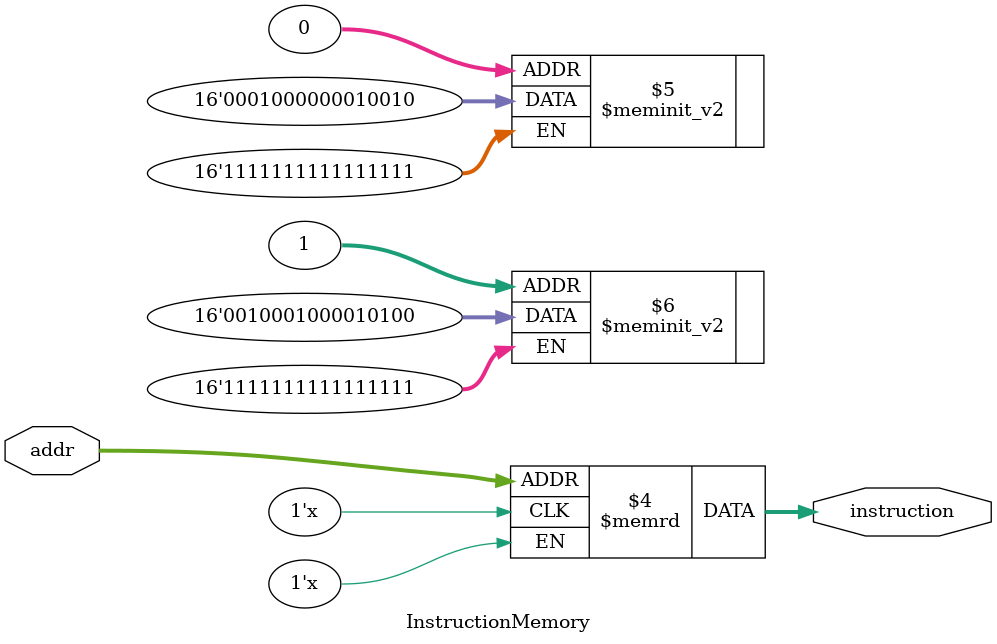
<source format=v>
module InstructionMemory (addr, instruction);
input [7:0] addr;
output reg [15:0] instruction;

reg [15:0] memory [0:255]; // instruction memory size (256 words, 16-bit)

initial begin 
//example instructions
    memory[0] = 16'b0001_0000_0001_0010; //(opcode + operands)
    memory[1] = 16'b0010_0010_0001_0100;
end

always @(*) begin 
    instruction = memory[addr];
end

endmodule
</source>
